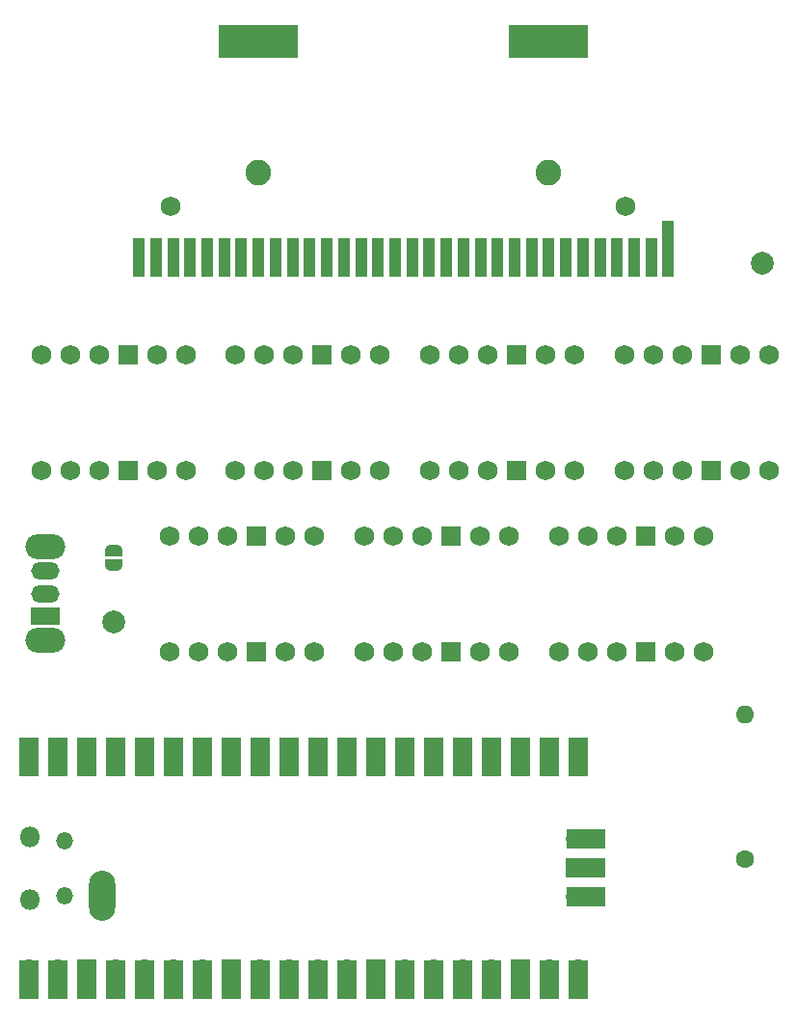
<source format=gbr>
%TF.GenerationSoftware,KiCad,Pcbnew,8.0.1*%
%TF.CreationDate,2024-04-03T17:05:14+02:00*%
%TF.ProjectId,shawazu-gb-dumper,73686177-617a-4752-9d67-622d64756d70,rev?*%
%TF.SameCoordinates,Original*%
%TF.FileFunction,Soldermask,Top*%
%TF.FilePolarity,Negative*%
%FSLAX46Y46*%
G04 Gerber Fmt 4.6, Leading zero omitted, Abs format (unit mm)*
G04 Created by KiCad (PCBNEW 8.0.1) date 2024-04-03 17:05:14*
%MOMM*%
%LPD*%
G01*
G04 APERTURE LIST*
G04 Aperture macros list*
%AMRoundRect*
0 Rectangle with rounded corners*
0 $1 Rounding radius*
0 $2 $3 $4 $5 $6 $7 $8 $9 X,Y pos of 4 corners*
0 Add a 4 corners polygon primitive as box body*
4,1,4,$2,$3,$4,$5,$6,$7,$8,$9,$2,$3,0*
0 Add four circle primitives for the rounded corners*
1,1,$1+$1,$2,$3*
1,1,$1+$1,$4,$5*
1,1,$1+$1,$6,$7*
1,1,$1+$1,$8,$9*
0 Add four rect primitives between the rounded corners*
20,1,$1+$1,$2,$3,$4,$5,0*
20,1,$1+$1,$4,$5,$6,$7,0*
20,1,$1+$1,$6,$7,$8,$9,0*
20,1,$1+$1,$8,$9,$2,$3,0*%
%AMFreePoly0*
4,1,19,0.500000,-0.750000,0.000000,-0.750000,0.000000,-0.744911,-0.071157,-0.744911,-0.207708,-0.704816,-0.327430,-0.627875,-0.420627,-0.520320,-0.479746,-0.390866,-0.500000,-0.250000,-0.500000,0.250000,-0.479746,0.390866,-0.420627,0.520320,-0.327430,0.627875,-0.207708,0.704816,-0.071157,0.744911,0.000000,0.744911,0.000000,0.750000,0.500000,0.750000,0.500000,-0.750000,0.500000,-0.750000,
$1*%
%AMFreePoly1*
4,1,19,0.000000,0.744911,0.071157,0.744911,0.207708,0.704816,0.327430,0.627875,0.420627,0.520320,0.479746,0.390866,0.500000,0.250000,0.500000,-0.250000,0.479746,-0.390866,0.420627,-0.520320,0.327430,-0.627875,0.207708,-0.704816,0.071157,-0.744911,0.000000,-0.744911,0.000000,-0.750000,-0.500000,-0.750000,-0.500000,0.750000,0.000000,0.750000,0.000000,0.744911,0.000000,0.744911,
$1*%
G04 Aperture macros list end*
%ADD10R,1.000000X5.000000*%
%ADD11R,1.000000X3.500000*%
%ADD12C,1.750000*%
%ADD13C,2.250000*%
%ADD14R,7.000000X3.000000*%
%ADD15RoundRect,0.102000X0.762000X-0.762000X0.762000X0.762000X-0.762000X0.762000X-0.762000X-0.762000X0*%
%ADD16C,1.728000*%
%ADD17FreePoly0,270.000000*%
%ADD18FreePoly1,270.000000*%
%ADD19O,2.300000X4.400000*%
%ADD20C,2.000000*%
%ADD21O,1.800000X1.800000*%
%ADD22O,1.500000X1.500000*%
%ADD23O,1.700000X1.700000*%
%ADD24R,1.700000X3.500000*%
%ADD25R,1.700000X1.700000*%
%ADD26R,3.500000X1.700000*%
%ADD27C,1.600000*%
%ADD28O,1.600000X1.600000*%
%ADD29O,3.500000X2.200000*%
%ADD30R,2.500000X1.500000*%
%ADD31O,2.500000X1.500000*%
G04 APERTURE END LIST*
D10*
%TO.C,J1*%
X163250000Y-45250000D03*
D11*
X161750000Y-46000000D03*
X160250000Y-46000000D03*
X158750000Y-46000000D03*
X157250000Y-46000000D03*
X155750000Y-46000000D03*
X154250000Y-46000000D03*
X152750000Y-46000000D03*
X151250000Y-46000000D03*
X149750000Y-46000000D03*
X148250000Y-46000000D03*
X146750000Y-46000000D03*
X145250000Y-46000000D03*
X143750000Y-46000000D03*
X142250000Y-46000000D03*
X140750000Y-46000000D03*
X139250000Y-46000000D03*
X137750000Y-46000000D03*
X136250000Y-46000000D03*
X134750000Y-46000000D03*
X133250000Y-46000000D03*
X131750000Y-46000000D03*
X130250000Y-46000000D03*
X128750000Y-46000000D03*
X127250000Y-46000000D03*
X125750000Y-46000000D03*
X124250000Y-46000000D03*
X122750000Y-46000000D03*
X121250000Y-46000000D03*
X119750000Y-46000000D03*
X118250000Y-46000000D03*
X116750000Y-46000000D03*
D12*
X159500000Y-41500000D03*
D13*
X152750000Y-38500000D03*
D14*
X152750000Y-27000000D03*
D13*
X127250000Y-38500000D03*
D14*
X127250000Y-27000000D03*
D12*
X119500000Y-41500000D03*
%TD*%
D15*
%TO.C,U1*%
X115770000Y-54500000D03*
X115770000Y-64660000D03*
D16*
X113230000Y-54500000D03*
X108150000Y-54500000D03*
X110690000Y-54500000D03*
X118310000Y-54500000D03*
X120850000Y-54500000D03*
X113230000Y-64660000D03*
X108150000Y-64660000D03*
X110690000Y-64660000D03*
X118310000Y-64660000D03*
X120850000Y-64660000D03*
%TD*%
D17*
%TO.C,JP1*%
X114500000Y-71700000D03*
D18*
X114500000Y-73000000D03*
%TD*%
D15*
%TO.C,U4*%
X167000000Y-54500000D03*
X167000000Y-64660000D03*
D16*
X164460000Y-54500000D03*
X159380000Y-54500000D03*
X161920000Y-54500000D03*
X169540000Y-54500000D03*
X172080000Y-54500000D03*
X164460000Y-64660000D03*
X159380000Y-64660000D03*
X161920000Y-64660000D03*
X169540000Y-64660000D03*
X172080000Y-64660000D03*
%TD*%
D19*
%TO.C,PICO_TP4*%
X113500000Y-102000000D03*
%TD*%
D15*
%TO.C,U3*%
X149923332Y-54500000D03*
X149923332Y-64660000D03*
D16*
X147383332Y-54500000D03*
X142303332Y-54500000D03*
X144843332Y-54500000D03*
X152463332Y-54500000D03*
X155003332Y-54500000D03*
X147383332Y-64660000D03*
X142303332Y-64660000D03*
X144843332Y-64660000D03*
X152463332Y-64660000D03*
X155003332Y-64660000D03*
%TD*%
D15*
%TO.C,U2*%
X132846666Y-54500000D03*
X132846666Y-64660000D03*
D16*
X130306666Y-54500000D03*
X125226666Y-54500000D03*
X127766666Y-54500000D03*
X135386666Y-54500000D03*
X137926666Y-54500000D03*
X130306666Y-64660000D03*
X125226666Y-64660000D03*
X127766666Y-64660000D03*
X135386666Y-64660000D03*
X137926666Y-64660000D03*
%TD*%
D20*
%TO.C,TP2*%
X114500000Y-78000000D03*
%TD*%
D15*
%TO.C,U6*%
X144175000Y-70420000D03*
X144175000Y-80580000D03*
D16*
X141635000Y-70420000D03*
X136555000Y-70420000D03*
X139095000Y-70420000D03*
X146715000Y-70420000D03*
X149255000Y-70420000D03*
X141635000Y-80580000D03*
X136555000Y-80580000D03*
X139095000Y-80580000D03*
X146715000Y-80580000D03*
X149255000Y-80580000D03*
%TD*%
D21*
%TO.C,U8*%
X107190000Y-102335000D03*
D22*
X110220000Y-102035000D03*
X110220000Y-97185000D03*
D21*
X107190000Y-96885000D03*
D23*
X107060000Y-108500000D03*
D24*
X107060000Y-109400000D03*
D23*
X109600000Y-108500000D03*
D24*
X109600000Y-109400000D03*
D25*
X112140000Y-108500000D03*
D24*
X112140000Y-109400000D03*
D23*
X114680000Y-108500000D03*
D24*
X114680000Y-109400000D03*
D23*
X117220000Y-108500000D03*
D24*
X117220000Y-109400000D03*
D23*
X119760000Y-108500000D03*
D24*
X119760000Y-109400000D03*
D23*
X122300000Y-108500000D03*
D24*
X122300000Y-109400000D03*
D25*
X124840000Y-108500000D03*
D24*
X124840000Y-109400000D03*
D23*
X127380000Y-108500000D03*
D24*
X127380000Y-109400000D03*
D23*
X129920000Y-108500000D03*
D24*
X129920000Y-109400000D03*
D23*
X132460000Y-108500000D03*
D24*
X132460000Y-109400000D03*
D23*
X135000000Y-108500000D03*
D24*
X135000000Y-109400000D03*
D25*
X137540000Y-108500000D03*
D24*
X137540000Y-109400000D03*
D23*
X140080000Y-108500000D03*
D24*
X140080000Y-109400000D03*
D23*
X142620000Y-108500000D03*
D24*
X142620000Y-109400000D03*
D23*
X145160000Y-108500000D03*
D24*
X145160000Y-109400000D03*
D23*
X147700000Y-108500000D03*
D24*
X147700000Y-109400000D03*
D25*
X150240000Y-108500000D03*
D24*
X150240000Y-109400000D03*
D23*
X152780000Y-108500000D03*
D24*
X152780000Y-109400000D03*
D23*
X155320000Y-108500000D03*
D24*
X155320000Y-109400000D03*
D23*
X155320000Y-90720000D03*
D24*
X155320000Y-89820000D03*
D23*
X152780000Y-90720000D03*
D24*
X152780000Y-89820000D03*
D25*
X150240000Y-90720000D03*
D24*
X150240000Y-89820000D03*
D23*
X147700000Y-90720000D03*
D24*
X147700000Y-89820000D03*
D23*
X145160000Y-90720000D03*
D24*
X145160000Y-89820000D03*
D23*
X142620000Y-90720000D03*
D24*
X142620000Y-89820000D03*
D23*
X140080000Y-90720000D03*
D24*
X140080000Y-89820000D03*
D25*
X137540000Y-90720000D03*
D24*
X137540000Y-89820000D03*
D23*
X135000000Y-90720000D03*
D24*
X135000000Y-89820000D03*
D23*
X132460000Y-90720000D03*
D24*
X132460000Y-89820000D03*
D23*
X129920000Y-90720000D03*
D24*
X129920000Y-89820000D03*
D23*
X127380000Y-90720000D03*
D24*
X127380000Y-89820000D03*
D25*
X124840000Y-90720000D03*
D24*
X124840000Y-89820000D03*
D23*
X122300000Y-90720000D03*
D24*
X122300000Y-89820000D03*
D23*
X119760000Y-90720000D03*
D24*
X119760000Y-89820000D03*
D23*
X117220000Y-90720000D03*
D24*
X117220000Y-89820000D03*
D23*
X114680000Y-90720000D03*
D24*
X114680000Y-89820000D03*
D25*
X112140000Y-90720000D03*
D24*
X112140000Y-89820000D03*
D23*
X109600000Y-90720000D03*
D24*
X109600000Y-89820000D03*
D23*
X107060000Y-90720000D03*
D24*
X107060000Y-89820000D03*
D23*
X155090000Y-102150000D03*
D26*
X155990000Y-102150000D03*
D25*
X155090000Y-99610000D03*
D26*
X155990000Y-99610000D03*
D23*
X155090000Y-97070000D03*
D26*
X155990000Y-97070000D03*
%TD*%
D27*
%TO.C,R1*%
X170000000Y-98850000D03*
D28*
X170000000Y-86150000D03*
%TD*%
D29*
%TO.C,SW1*%
X108500000Y-79600000D03*
X108500000Y-71400000D03*
D30*
X108500000Y-77500000D03*
D31*
X108500000Y-75500000D03*
X108500000Y-73500000D03*
%TD*%
D20*
%TO.C,TP3*%
X171500000Y-46500000D03*
%TD*%
D15*
%TO.C,U7*%
X161270000Y-70420000D03*
X161270000Y-80580000D03*
D16*
X158730000Y-70420000D03*
X153650000Y-70420000D03*
X156190000Y-70420000D03*
X163810000Y-70420000D03*
X166350000Y-70420000D03*
X158730000Y-80580000D03*
X153650000Y-80580000D03*
X156190000Y-80580000D03*
X163810000Y-80580000D03*
X166350000Y-80580000D03*
%TD*%
D15*
%TO.C,U5*%
X127080000Y-70420000D03*
X127080000Y-80580000D03*
D16*
X124540000Y-70420000D03*
X119460000Y-70420000D03*
X122000000Y-70420000D03*
X129620000Y-70420000D03*
X132160000Y-70420000D03*
X124540000Y-80580000D03*
X119460000Y-80580000D03*
X122000000Y-80580000D03*
X129620000Y-80580000D03*
X132160000Y-80580000D03*
%TD*%
M02*

</source>
